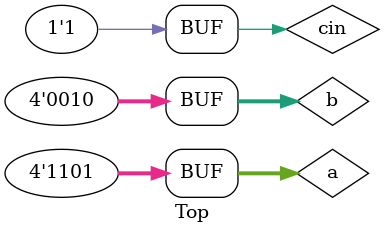
<source format=v>

module RCA(a, b, cin, sum, cout);
	input [3:0]a;
	input [3:0]b;
	input cin;
	output [3:0]sum;
	output cout;
	wire c_1, c_2, c_3;

	Full_Adder fa_1(a[0], b[0], cin, c_1, sum[0]);
	Full_Adder fa_2(a[1], b[1], c_1, c_2, sum[1]);
	Full_Adder fa_3(a[2], b[2], c_2, c_3, sum[2]);
	Full_Adder fa_4(a[3], b[3], c_3, cout, sum[3]);
endmodule

module Full_Adder(a, b, cin, cout, sum);
	input a, b, cin;
	output cout, sum;
	wire w_1, w_2, w_3;
	
	Half_Adder ha_1(a, b, w_1, w_2);
	Half_Adder ha_2(w_2, cin, w_3, sum);
	or(cout, w_1, w_3);
endmodule

module Half_Adder(a, b, cout, sum);
	input a, b;
	output reg cout, sum;

	always@(*)
		#2 cout = a & b;
	always@(*)
		#3 sum = a ^ b;
endmodule
	 
module Top;
	reg [3:0]a;
	reg [3:0]b;
	reg cin;
	wire [3:0]sum;
	wire cout;

	initial
	begin
		a = 0;
		b = 0;
		cin = 0;
	end	
	
	RCA adder(a, b, cin, sum, cout);
	
	initial
	begin
		a[1] = 1;	// a = 1010, b = 0101
		cin = 1; 
		a[3] = 1;
		b[0] = 1;
		b[2] = 1;
		#25 a = 0;
		b = 0;
		cin = 0;
		#25 cin = 1;
		a[0] = 1;
		a[2] = 1;
		a[3] = 1;
		b[0] = 1;
		b[1] = 1;
		b[2] = 1;
		b[3] = 1;
		#25 a = 0;
		b = 0;
		cin = 0;
		#25 a[0] = 1;
		cin = 1; 
		a[2] = 1;
		a[3] = 1;
		b[1] = 1;
	end
endmodule






</source>
